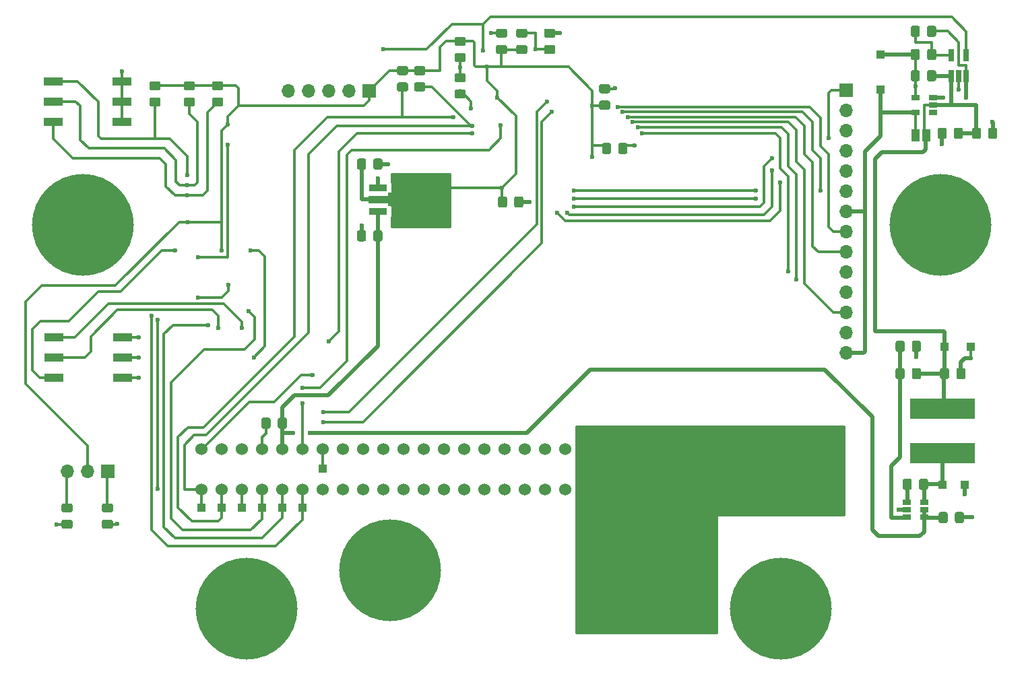
<source format=gbr>
G04 #@! TF.GenerationSoftware,KiCad,Pcbnew,5.1.6-c6e7f7d~87~ubuntu18.04.1*
G04 #@! TF.CreationDate,2020-08-09T22:57:09+01:00*
G04 #@! TF.ProjectId,ServerPSU_Breakout,53657276-6572-4505-9355-5f427265616b,B*
G04 #@! TF.SameCoordinates,Original*
G04 #@! TF.FileFunction,Copper,L1,Top*
G04 #@! TF.FilePolarity,Positive*
%FSLAX46Y46*%
G04 Gerber Fmt 4.6, Leading zero omitted, Abs format (unit mm)*
G04 Created by KiCad (PCBNEW 5.1.6-c6e7f7d~87~ubuntu18.04.1) date 2020-08-09 22:57:09*
%MOMM*%
%LPD*%
G01*
G04 APERTURE LIST*
G04 #@! TA.AperFunction,ComponentPad*
%ADD10O,1.700000X1.700000*%
G04 #@! TD*
G04 #@! TA.AperFunction,ComponentPad*
%ADD11R,1.700000X1.700000*%
G04 #@! TD*
G04 #@! TA.AperFunction,ComponentPad*
%ADD12C,0.900000*%
G04 #@! TD*
G04 #@! TA.AperFunction,ComponentPad*
%ADD13C,12.800000*%
G04 #@! TD*
G04 #@! TA.AperFunction,SMDPad,CuDef*
%ADD14R,2.440000X1.120000*%
G04 #@! TD*
G04 #@! TA.AperFunction,SMDPad,CuDef*
%ADD15R,1.000000X1.000000*%
G04 #@! TD*
G04 #@! TA.AperFunction,SMDPad,CuDef*
%ADD16R,1.060000X0.650000*%
G04 #@! TD*
G04 #@! TA.AperFunction,SMDPad,CuDef*
%ADD17R,8.200000X2.600000*%
G04 #@! TD*
G04 #@! TA.AperFunction,SMDPad,CuDef*
%ADD18R,1.100000X1.100000*%
G04 #@! TD*
G04 #@! TA.AperFunction,SMDPad,CuDef*
%ADD19R,1.000000X1.500000*%
G04 #@! TD*
G04 #@! TA.AperFunction,SMDPad,CuDef*
%ADD20C,0.100000*%
G04 #@! TD*
G04 #@! TA.AperFunction,SMDPad,CuDef*
%ADD21R,2.300000X0.900000*%
G04 #@! TD*
G04 #@! TA.AperFunction,SMDPad,CuDef*
%ADD22R,0.650000X1.560000*%
G04 #@! TD*
G04 #@! TA.AperFunction,ComponentPad*
%ADD23C,1.524000*%
G04 #@! TD*
G04 #@! TA.AperFunction,ViaPad*
%ADD24C,0.600000*%
G04 #@! TD*
G04 #@! TA.AperFunction,Conductor*
%ADD25C,0.300000*%
G04 #@! TD*
G04 #@! TA.AperFunction,Conductor*
%ADD26C,0.500000*%
G04 #@! TD*
G04 #@! TA.AperFunction,Conductor*
%ADD27C,0.254000*%
G04 #@! TD*
G04 APERTURE END LIST*
D10*
X105473500Y-117602000D03*
X108013500Y-117602000D03*
D11*
X110553500Y-117602000D03*
D10*
X133223000Y-69723000D03*
X135763000Y-69723000D03*
X138303000Y-69723000D03*
X140843000Y-69723000D03*
D11*
X143383000Y-69723000D03*
G04 #@! TA.AperFunction,SMDPad,CuDef*
G36*
G01*
X104959999Y-123640000D02*
X105860001Y-123640000D01*
G75*
G02*
X106110000Y-123889999I0J-249999D01*
G01*
X106110000Y-124540001D01*
G75*
G02*
X105860001Y-124790000I-249999J0D01*
G01*
X104959999Y-124790000D01*
G75*
G02*
X104710000Y-124540001I0J249999D01*
G01*
X104710000Y-123889999D01*
G75*
G02*
X104959999Y-123640000I249999J0D01*
G01*
G37*
G04 #@! TD.AperFunction*
G04 #@! TA.AperFunction,SMDPad,CuDef*
G36*
G01*
X104959999Y-121590000D02*
X105860001Y-121590000D01*
G75*
G02*
X106110000Y-121839999I0J-249999D01*
G01*
X106110000Y-122490001D01*
G75*
G02*
X105860001Y-122740000I-249999J0D01*
G01*
X104959999Y-122740000D01*
G75*
G02*
X104710000Y-122490001I0J249999D01*
G01*
X104710000Y-121839999D01*
G75*
G02*
X104959999Y-121590000I249999J0D01*
G01*
G37*
G04 #@! TD.AperFunction*
G04 #@! TA.AperFunction,SMDPad,CuDef*
G36*
G01*
X110039999Y-123640000D02*
X110940001Y-123640000D01*
G75*
G02*
X111190000Y-123889999I0J-249999D01*
G01*
X111190000Y-124540001D01*
G75*
G02*
X110940001Y-124790000I-249999J0D01*
G01*
X110039999Y-124790000D01*
G75*
G02*
X109790000Y-124540001I0J249999D01*
G01*
X109790000Y-123889999D01*
G75*
G02*
X110039999Y-123640000I249999J0D01*
G01*
G37*
G04 #@! TD.AperFunction*
G04 #@! TA.AperFunction,SMDPad,CuDef*
G36*
G01*
X110039999Y-121590000D02*
X110940001Y-121590000D01*
G75*
G02*
X111190000Y-121839999I0J-249999D01*
G01*
X111190000Y-122490001D01*
G75*
G02*
X110940001Y-122740000I-249999J0D01*
G01*
X110039999Y-122740000D01*
G75*
G02*
X109790000Y-122490001I0J249999D01*
G01*
X109790000Y-121839999D01*
G75*
G02*
X110039999Y-121590000I249999J0D01*
G01*
G37*
G04 #@! TD.AperFunction*
D10*
X203288900Y-84899500D03*
X203288900Y-102679500D03*
X203288900Y-82359500D03*
X203288900Y-74739500D03*
X203288900Y-97599500D03*
X203288900Y-92519500D03*
X203288900Y-87439500D03*
D11*
X203288900Y-69659500D03*
D10*
X203288900Y-100139500D03*
X203288900Y-72199500D03*
X203288900Y-79819500D03*
X203288900Y-89979500D03*
X203288900Y-95059500D03*
X203288900Y-77279500D03*
G04 #@! TA.AperFunction,SMDPad,CuDef*
G36*
G01*
X116008999Y-70554000D02*
X116909001Y-70554000D01*
G75*
G02*
X117159000Y-70803999I0J-249999D01*
G01*
X117159000Y-71454001D01*
G75*
G02*
X116909001Y-71704000I-249999J0D01*
G01*
X116008999Y-71704000D01*
G75*
G02*
X115759000Y-71454001I0J249999D01*
G01*
X115759000Y-70803999D01*
G75*
G02*
X116008999Y-70554000I249999J0D01*
G01*
G37*
G04 #@! TD.AperFunction*
G04 #@! TA.AperFunction,SMDPad,CuDef*
G36*
G01*
X116008999Y-68504000D02*
X116909001Y-68504000D01*
G75*
G02*
X117159000Y-68753999I0J-249999D01*
G01*
X117159000Y-69404001D01*
G75*
G02*
X116909001Y-69654000I-249999J0D01*
G01*
X116008999Y-69654000D01*
G75*
G02*
X115759000Y-69404001I0J249999D01*
G01*
X115759000Y-68753999D01*
G75*
G02*
X116008999Y-68504000I249999J0D01*
G01*
G37*
G04 #@! TD.AperFunction*
G04 #@! TA.AperFunction,SMDPad,CuDef*
G36*
G01*
X120326999Y-70554000D02*
X121227001Y-70554000D01*
G75*
G02*
X121477000Y-70803999I0J-249999D01*
G01*
X121477000Y-71454001D01*
G75*
G02*
X121227001Y-71704000I-249999J0D01*
G01*
X120326999Y-71704000D01*
G75*
G02*
X120077000Y-71454001I0J249999D01*
G01*
X120077000Y-70803999D01*
G75*
G02*
X120326999Y-70554000I249999J0D01*
G01*
G37*
G04 #@! TD.AperFunction*
G04 #@! TA.AperFunction,SMDPad,CuDef*
G36*
G01*
X120326999Y-68504000D02*
X121227001Y-68504000D01*
G75*
G02*
X121477000Y-68753999I0J-249999D01*
G01*
X121477000Y-69404001D01*
G75*
G02*
X121227001Y-69654000I-249999J0D01*
G01*
X120326999Y-69654000D01*
G75*
G02*
X120077000Y-69404001I0J249999D01*
G01*
X120077000Y-68753999D01*
G75*
G02*
X120326999Y-68504000I249999J0D01*
G01*
G37*
G04 #@! TD.AperFunction*
G04 #@! TA.AperFunction,SMDPad,CuDef*
G36*
G01*
X123882999Y-70554000D02*
X124783001Y-70554000D01*
G75*
G02*
X125033000Y-70803999I0J-249999D01*
G01*
X125033000Y-71454001D01*
G75*
G02*
X124783001Y-71704000I-249999J0D01*
G01*
X123882999Y-71704000D01*
G75*
G02*
X123633000Y-71454001I0J249999D01*
G01*
X123633000Y-70803999D01*
G75*
G02*
X123882999Y-70554000I249999J0D01*
G01*
G37*
G04 #@! TD.AperFunction*
G04 #@! TA.AperFunction,SMDPad,CuDef*
G36*
G01*
X123882999Y-68504000D02*
X124783001Y-68504000D01*
G75*
G02*
X125033000Y-68753999I0J-249999D01*
G01*
X125033000Y-69404001D01*
G75*
G02*
X124783001Y-69654000I-249999J0D01*
G01*
X123882999Y-69654000D01*
G75*
G02*
X123633000Y-69404001I0J249999D01*
G01*
X123633000Y-68753999D01*
G75*
G02*
X123882999Y-68504000I249999J0D01*
G01*
G37*
G04 #@! TD.AperFunction*
D12*
X149444113Y-126653887D03*
X146050000Y-125248000D03*
X142655887Y-126653887D03*
X141250000Y-130048000D03*
X142655887Y-133442113D03*
X146050000Y-134848000D03*
X149444113Y-133442113D03*
X150850000Y-130048000D03*
D13*
X146050000Y-130048000D03*
D12*
X180432113Y-126653887D03*
X177038000Y-125248000D03*
X173643887Y-126653887D03*
X172238000Y-130048000D03*
X173643887Y-133442113D03*
X177038000Y-134848000D03*
X180432113Y-133442113D03*
X181838000Y-130048000D03*
D13*
X177038000Y-130048000D03*
X215201500Y-86550500D03*
D12*
X220001500Y-86550500D03*
X218595613Y-89944613D03*
X215201500Y-91350500D03*
X211807387Y-89944613D03*
X210401500Y-86550500D03*
X211807387Y-83156387D03*
X215201500Y-81750500D03*
X218595613Y-83156387D03*
D13*
X107378500Y-86550500D03*
D12*
X112178500Y-86550500D03*
X110772613Y-89944613D03*
X107378500Y-91350500D03*
X103984387Y-89944613D03*
X102578500Y-86550500D03*
X103984387Y-83156387D03*
X107378500Y-81750500D03*
X110772613Y-83156387D03*
D13*
X127952500Y-134874000D03*
D12*
X132752500Y-134874000D03*
X131346613Y-138268113D03*
X127952500Y-139674000D03*
X124558387Y-138268113D03*
X123152500Y-134874000D03*
X124558387Y-131479887D03*
X127952500Y-130074000D03*
X131346613Y-131479887D03*
D13*
X195135500Y-134874000D03*
D12*
X199935500Y-134874000D03*
X198529613Y-138268113D03*
X195135500Y-139674000D03*
X191741387Y-138268113D03*
X190335500Y-134874000D03*
X191741387Y-131479887D03*
X195135500Y-130074000D03*
X198529613Y-131479887D03*
D14*
X112382000Y-100711000D03*
X103772000Y-105791000D03*
X112382000Y-103251000D03*
X103772000Y-103251000D03*
X112382000Y-105791000D03*
X103772000Y-100711000D03*
X112318500Y-68516500D03*
X103708500Y-73596500D03*
X112318500Y-71056500D03*
X103708500Y-71056500D03*
X112318500Y-73596500D03*
X103708500Y-68516500D03*
D15*
X127381000Y-122110500D03*
X122301000Y-122110500D03*
X124841000Y-122110500D03*
X129921000Y-122110500D03*
X132461000Y-122110500D03*
X135001000Y-122110500D03*
X207645000Y-65151000D03*
X207645000Y-69596000D03*
X219011500Y-101917500D03*
X215709500Y-101917500D03*
X137541000Y-117221000D03*
G04 #@! TA.AperFunction,SMDPad,CuDef*
G36*
G01*
X131895000Y-111956001D02*
X131895000Y-111055999D01*
G75*
G02*
X132144999Y-110806000I249999J0D01*
G01*
X132795001Y-110806000D01*
G75*
G02*
X133045000Y-111055999I0J-249999D01*
G01*
X133045000Y-111956001D01*
G75*
G02*
X132795001Y-112206000I-249999J0D01*
G01*
X132144999Y-112206000D01*
G75*
G02*
X131895000Y-111956001I0J249999D01*
G01*
G37*
G04 #@! TD.AperFunction*
G04 #@! TA.AperFunction,SMDPad,CuDef*
G36*
G01*
X129845000Y-111956001D02*
X129845000Y-111055999D01*
G75*
G02*
X130094999Y-110806000I249999J0D01*
G01*
X130745001Y-110806000D01*
G75*
G02*
X130995000Y-111055999I0J-249999D01*
G01*
X130995000Y-111956001D01*
G75*
G02*
X130745001Y-112206000I-249999J0D01*
G01*
X130094999Y-112206000D01*
G75*
G02*
X129845000Y-111956001I0J249999D01*
G01*
G37*
G04 #@! TD.AperFunction*
D16*
X213177300Y-122364500D03*
X213177300Y-121414500D03*
X213177300Y-123314500D03*
X210977300Y-123314500D03*
X210977300Y-122364500D03*
X210977300Y-121414500D03*
G04 #@! TA.AperFunction,SMDPad,CuDef*
G36*
G01*
X210687500Y-101391299D02*
X210687500Y-102291301D01*
G75*
G02*
X210437501Y-102541300I-249999J0D01*
G01*
X209787499Y-102541300D01*
G75*
G02*
X209537500Y-102291301I0J249999D01*
G01*
X209537500Y-101391299D01*
G75*
G02*
X209787499Y-101141300I249999J0D01*
G01*
X210437501Y-101141300D01*
G75*
G02*
X210687500Y-101391299I0J-249999D01*
G01*
G37*
G04 #@! TD.AperFunction*
G04 #@! TA.AperFunction,SMDPad,CuDef*
G36*
G01*
X212737500Y-101391299D02*
X212737500Y-102291301D01*
G75*
G02*
X212487501Y-102541300I-249999J0D01*
G01*
X211837499Y-102541300D01*
G75*
G02*
X211587500Y-102291301I0J249999D01*
G01*
X211587500Y-101391299D01*
G75*
G02*
X211837499Y-101141300I249999J0D01*
G01*
X212487501Y-101141300D01*
G75*
G02*
X212737500Y-101391299I0J-249999D01*
G01*
G37*
G04 #@! TD.AperFunction*
G04 #@! TA.AperFunction,SMDPad,CuDef*
G36*
G01*
X211587500Y-105720301D02*
X211587500Y-104820299D01*
G75*
G02*
X211837499Y-104570300I249999J0D01*
G01*
X212487501Y-104570300D01*
G75*
G02*
X212737500Y-104820299I0J-249999D01*
G01*
X212737500Y-105720301D01*
G75*
G02*
X212487501Y-105970300I-249999J0D01*
G01*
X211837499Y-105970300D01*
G75*
G02*
X211587500Y-105720301I0J249999D01*
G01*
G37*
G04 #@! TD.AperFunction*
G04 #@! TA.AperFunction,SMDPad,CuDef*
G36*
G01*
X209537500Y-105720301D02*
X209537500Y-104820299D01*
G75*
G02*
X209787499Y-104570300I249999J0D01*
G01*
X210437501Y-104570300D01*
G75*
G02*
X210687500Y-104820299I0J-249999D01*
G01*
X210687500Y-105720301D01*
G75*
G02*
X210437501Y-105970300I-249999J0D01*
G01*
X209787499Y-105970300D01*
G75*
G02*
X209537500Y-105720301I0J249999D01*
G01*
G37*
G04 #@! TD.AperFunction*
D17*
X215455500Y-109709300D03*
X215455500Y-115309300D03*
D18*
X218252500Y-119240300D03*
X215452500Y-119240300D03*
G04 #@! TA.AperFunction,SMDPad,CuDef*
G36*
G01*
X216275500Y-104820299D02*
X216275500Y-105720301D01*
G75*
G02*
X216025501Y-105970300I-249999J0D01*
G01*
X215375499Y-105970300D01*
G75*
G02*
X215125500Y-105720301I0J249999D01*
G01*
X215125500Y-104820299D01*
G75*
G02*
X215375499Y-104570300I249999J0D01*
G01*
X216025501Y-104570300D01*
G75*
G02*
X216275500Y-104820299I0J-249999D01*
G01*
G37*
G04 #@! TD.AperFunction*
G04 #@! TA.AperFunction,SMDPad,CuDef*
G36*
G01*
X218325500Y-104820299D02*
X218325500Y-105720301D01*
G75*
G02*
X218075501Y-105970300I-249999J0D01*
G01*
X217425499Y-105970300D01*
G75*
G02*
X217175500Y-105720301I0J249999D01*
G01*
X217175500Y-104820299D01*
G75*
G02*
X217425499Y-104570300I249999J0D01*
G01*
X218075501Y-104570300D01*
G75*
G02*
X218325500Y-104820299I0J-249999D01*
G01*
G37*
G04 #@! TD.AperFunction*
G04 #@! TA.AperFunction,SMDPad,CuDef*
G36*
G01*
X211576500Y-118739499D02*
X211576500Y-119639501D01*
G75*
G02*
X211326501Y-119889500I-249999J0D01*
G01*
X210676499Y-119889500D01*
G75*
G02*
X210426500Y-119639501I0J249999D01*
G01*
X210426500Y-118739499D01*
G75*
G02*
X210676499Y-118489500I249999J0D01*
G01*
X211326501Y-118489500D01*
G75*
G02*
X211576500Y-118739499I0J-249999D01*
G01*
G37*
G04 #@! TD.AperFunction*
G04 #@! TA.AperFunction,SMDPad,CuDef*
G36*
G01*
X213626500Y-118739499D02*
X213626500Y-119639501D01*
G75*
G02*
X213376501Y-119889500I-249999J0D01*
G01*
X212726499Y-119889500D01*
G75*
G02*
X212476500Y-119639501I0J249999D01*
G01*
X212476500Y-118739499D01*
G75*
G02*
X212726499Y-118489500I249999J0D01*
G01*
X213376501Y-118489500D01*
G75*
G02*
X213626500Y-118739499I0J-249999D01*
G01*
G37*
G04 #@! TD.AperFunction*
G04 #@! TA.AperFunction,SMDPad,CuDef*
G36*
G01*
X216997700Y-123830501D02*
X216997700Y-122930499D01*
G75*
G02*
X217247699Y-122680500I249999J0D01*
G01*
X217897701Y-122680500D01*
G75*
G02*
X218147700Y-122930499I0J-249999D01*
G01*
X218147700Y-123830501D01*
G75*
G02*
X217897701Y-124080500I-249999J0D01*
G01*
X217247699Y-124080500D01*
G75*
G02*
X216997700Y-123830501I0J249999D01*
G01*
G37*
G04 #@! TD.AperFunction*
G04 #@! TA.AperFunction,SMDPad,CuDef*
G36*
G01*
X214947700Y-123830501D02*
X214947700Y-122930499D01*
G75*
G02*
X215197699Y-122680500I249999J0D01*
G01*
X215847701Y-122680500D01*
G75*
G02*
X216097700Y-122930499I0J-249999D01*
G01*
X216097700Y-123830501D01*
G75*
G02*
X215847701Y-124080500I-249999J0D01*
G01*
X215197699Y-124080500D01*
G75*
G02*
X214947700Y-123830501I0J249999D01*
G01*
G37*
G04 #@! TD.AperFunction*
D19*
X213375000Y-75311000D03*
X212075000Y-75311000D03*
G04 #@! TA.AperFunction,SMDPad,CuDef*
D20*
G36*
X149921500Y-84242000D02*
G01*
X145796500Y-84242000D01*
X145796500Y-83825500D01*
X143321500Y-83825500D01*
X143321500Y-82925500D01*
X145796500Y-82925500D01*
X145796500Y-82509000D01*
X149921500Y-82509000D01*
X149921500Y-84242000D01*
G37*
G04 #@! TD.AperFunction*
D21*
X144471500Y-84875500D03*
X144471500Y-81875500D03*
D16*
X212069500Y-72451000D03*
X212069500Y-70551000D03*
X214269500Y-70551000D03*
X214269500Y-71501000D03*
X214269500Y-72451000D03*
D22*
X216537500Y-65198000D03*
X218437500Y-65198000D03*
X218437500Y-67898000D03*
X217487500Y-67898000D03*
X216537500Y-67898000D03*
G04 #@! TA.AperFunction,SMDPad,CuDef*
G36*
G01*
X213492500Y-62680001D02*
X213492500Y-61779999D01*
G75*
G02*
X213742499Y-61530000I249999J0D01*
G01*
X214392501Y-61530000D01*
G75*
G02*
X214642500Y-61779999I0J-249999D01*
G01*
X214642500Y-62680001D01*
G75*
G02*
X214392501Y-62930000I-249999J0D01*
G01*
X213742499Y-62930000D01*
G75*
G02*
X213492500Y-62680001I0J249999D01*
G01*
G37*
G04 #@! TD.AperFunction*
G04 #@! TA.AperFunction,SMDPad,CuDef*
G36*
G01*
X211442500Y-62680001D02*
X211442500Y-61779999D01*
G75*
G02*
X211692499Y-61530000I249999J0D01*
G01*
X212342501Y-61530000D01*
G75*
G02*
X212592500Y-61779999I0J-249999D01*
G01*
X212592500Y-62680001D01*
G75*
G02*
X212342501Y-62930000I-249999J0D01*
G01*
X211692499Y-62930000D01*
G75*
G02*
X211442500Y-62680001I0J249999D01*
G01*
G37*
G04 #@! TD.AperFunction*
G04 #@! TA.AperFunction,SMDPad,CuDef*
G36*
G01*
X221176000Y-75507001D02*
X221176000Y-74606999D01*
G75*
G02*
X221425999Y-74357000I249999J0D01*
G01*
X222076001Y-74357000D01*
G75*
G02*
X222326000Y-74606999I0J-249999D01*
G01*
X222326000Y-75507001D01*
G75*
G02*
X222076001Y-75757000I-249999J0D01*
G01*
X221425999Y-75757000D01*
G75*
G02*
X221176000Y-75507001I0J249999D01*
G01*
G37*
G04 #@! TD.AperFunction*
G04 #@! TA.AperFunction,SMDPad,CuDef*
G36*
G01*
X219126000Y-75507001D02*
X219126000Y-74606999D01*
G75*
G02*
X219375999Y-74357000I249999J0D01*
G01*
X220026001Y-74357000D01*
G75*
G02*
X220276000Y-74606999I0J-249999D01*
G01*
X220276000Y-75507001D01*
G75*
G02*
X220026001Y-75757000I-249999J0D01*
G01*
X219375999Y-75757000D01*
G75*
G02*
X219126000Y-75507001I0J249999D01*
G01*
G37*
G04 #@! TD.AperFunction*
G04 #@! TA.AperFunction,SMDPad,CuDef*
G36*
G01*
X216858000Y-75507001D02*
X216858000Y-74606999D01*
G75*
G02*
X217107999Y-74357000I249999J0D01*
G01*
X217758001Y-74357000D01*
G75*
G02*
X218008000Y-74606999I0J-249999D01*
G01*
X218008000Y-75507001D01*
G75*
G02*
X217758001Y-75757000I-249999J0D01*
G01*
X217107999Y-75757000D01*
G75*
G02*
X216858000Y-75507001I0J249999D01*
G01*
G37*
G04 #@! TD.AperFunction*
G04 #@! TA.AperFunction,SMDPad,CuDef*
G36*
G01*
X214808000Y-75507001D02*
X214808000Y-74606999D01*
G75*
G02*
X215057999Y-74357000I249999J0D01*
G01*
X215708001Y-74357000D01*
G75*
G02*
X215958000Y-74606999I0J-249999D01*
G01*
X215958000Y-75507001D01*
G75*
G02*
X215708001Y-75757000I-249999J0D01*
G01*
X215057999Y-75757000D01*
G75*
G02*
X214808000Y-75507001I0J249999D01*
G01*
G37*
G04 #@! TD.AperFunction*
G04 #@! TA.AperFunction,SMDPad,CuDef*
G36*
G01*
X212592500Y-67367999D02*
X212592500Y-68268001D01*
G75*
G02*
X212342501Y-68518000I-249999J0D01*
G01*
X211692499Y-68518000D01*
G75*
G02*
X211442500Y-68268001I0J249999D01*
G01*
X211442500Y-67367999D01*
G75*
G02*
X211692499Y-67118000I249999J0D01*
G01*
X212342501Y-67118000D01*
G75*
G02*
X212592500Y-67367999I0J-249999D01*
G01*
G37*
G04 #@! TD.AperFunction*
G04 #@! TA.AperFunction,SMDPad,CuDef*
G36*
G01*
X214642500Y-67367999D02*
X214642500Y-68268001D01*
G75*
G02*
X214392501Y-68518000I-249999J0D01*
G01*
X213742499Y-68518000D01*
G75*
G02*
X213492500Y-68268001I0J249999D01*
G01*
X213492500Y-67367999D01*
G75*
G02*
X213742499Y-67118000I249999J0D01*
G01*
X214392501Y-67118000D01*
G75*
G02*
X214642500Y-67367999I0J-249999D01*
G01*
G37*
G04 #@! TD.AperFunction*
G04 #@! TA.AperFunction,SMDPad,CuDef*
G36*
G01*
X143896500Y-79380501D02*
X143896500Y-78480499D01*
G75*
G02*
X144146499Y-78230500I249999J0D01*
G01*
X144796501Y-78230500D01*
G75*
G02*
X145046500Y-78480499I0J-249999D01*
G01*
X145046500Y-79380501D01*
G75*
G02*
X144796501Y-79630500I-249999J0D01*
G01*
X144146499Y-79630500D01*
G75*
G02*
X143896500Y-79380501I0J249999D01*
G01*
G37*
G04 #@! TD.AperFunction*
G04 #@! TA.AperFunction,SMDPad,CuDef*
G36*
G01*
X141846500Y-79380501D02*
X141846500Y-78480499D01*
G75*
G02*
X142096499Y-78230500I249999J0D01*
G01*
X142746501Y-78230500D01*
G75*
G02*
X142996500Y-78480499I0J-249999D01*
G01*
X142996500Y-79380501D01*
G75*
G02*
X142746501Y-79630500I-249999J0D01*
G01*
X142096499Y-79630500D01*
G75*
G02*
X141846500Y-79380501I0J249999D01*
G01*
G37*
G04 #@! TD.AperFunction*
G04 #@! TA.AperFunction,SMDPad,CuDef*
G36*
G01*
X142996500Y-87497499D02*
X142996500Y-88397501D01*
G75*
G02*
X142746501Y-88647500I-249999J0D01*
G01*
X142096499Y-88647500D01*
G75*
G02*
X141846500Y-88397501I0J249999D01*
G01*
X141846500Y-87497499D01*
G75*
G02*
X142096499Y-87247500I249999J0D01*
G01*
X142746501Y-87247500D01*
G75*
G02*
X142996500Y-87497499I0J-249999D01*
G01*
G37*
G04 #@! TD.AperFunction*
G04 #@! TA.AperFunction,SMDPad,CuDef*
G36*
G01*
X145046500Y-87497499D02*
X145046500Y-88397501D01*
G75*
G02*
X144796501Y-88647500I-249999J0D01*
G01*
X144146499Y-88647500D01*
G75*
G02*
X143896500Y-88397501I0J249999D01*
G01*
X143896500Y-87497499D01*
G75*
G02*
X144146499Y-87247500I249999J0D01*
G01*
X144796501Y-87247500D01*
G75*
G02*
X145046500Y-87497499I0J-249999D01*
G01*
G37*
G04 #@! TD.AperFunction*
G04 #@! TA.AperFunction,SMDPad,CuDef*
G36*
G01*
X213492500Y-65601001D02*
X213492500Y-64700999D01*
G75*
G02*
X213742499Y-64451000I249999J0D01*
G01*
X214392501Y-64451000D01*
G75*
G02*
X214642500Y-64700999I0J-249999D01*
G01*
X214642500Y-65601001D01*
G75*
G02*
X214392501Y-65851000I-249999J0D01*
G01*
X213742499Y-65851000D01*
G75*
G02*
X213492500Y-65601001I0J249999D01*
G01*
G37*
G04 #@! TD.AperFunction*
G04 #@! TA.AperFunction,SMDPad,CuDef*
G36*
G01*
X211442500Y-65601001D02*
X211442500Y-64700999D01*
G75*
G02*
X211692499Y-64451000I249999J0D01*
G01*
X212342501Y-64451000D01*
G75*
G02*
X212592500Y-64700999I0J-249999D01*
G01*
X212592500Y-65601001D01*
G75*
G02*
X212342501Y-65851000I-249999J0D01*
G01*
X211692499Y-65851000D01*
G75*
G02*
X211442500Y-65601001I0J249999D01*
G01*
G37*
G04 #@! TD.AperFunction*
G04 #@! TA.AperFunction,SMDPad,CuDef*
G36*
G01*
X173794000Y-76511999D02*
X173794000Y-77412001D01*
G75*
G02*
X173544001Y-77662000I-249999J0D01*
G01*
X172893999Y-77662000D01*
G75*
G02*
X172644000Y-77412001I0J249999D01*
G01*
X172644000Y-76511999D01*
G75*
G02*
X172893999Y-76262000I249999J0D01*
G01*
X173544001Y-76262000D01*
G75*
G02*
X173794000Y-76511999I0J-249999D01*
G01*
G37*
G04 #@! TD.AperFunction*
G04 #@! TA.AperFunction,SMDPad,CuDef*
G36*
G01*
X175844000Y-76511999D02*
X175844000Y-77412001D01*
G75*
G02*
X175594001Y-77662000I-249999J0D01*
G01*
X174943999Y-77662000D01*
G75*
G02*
X174694000Y-77412001I0J249999D01*
G01*
X174694000Y-76511999D01*
G75*
G02*
X174943999Y-76262000I249999J0D01*
G01*
X175594001Y-76262000D01*
G75*
G02*
X175844000Y-76511999I0J-249999D01*
G01*
G37*
G04 #@! TD.AperFunction*
G04 #@! TA.AperFunction,SMDPad,CuDef*
G36*
G01*
X155263001Y-68638000D02*
X154362999Y-68638000D01*
G75*
G02*
X154113000Y-68388001I0J249999D01*
G01*
X154113000Y-67737999D01*
G75*
G02*
X154362999Y-67488000I249999J0D01*
G01*
X155263001Y-67488000D01*
G75*
G02*
X155513000Y-67737999I0J-249999D01*
G01*
X155513000Y-68388001D01*
G75*
G02*
X155263001Y-68638000I-249999J0D01*
G01*
G37*
G04 #@! TD.AperFunction*
G04 #@! TA.AperFunction,SMDPad,CuDef*
G36*
G01*
X155263001Y-70688000D02*
X154362999Y-70688000D01*
G75*
G02*
X154113000Y-70438001I0J249999D01*
G01*
X154113000Y-69787999D01*
G75*
G02*
X154362999Y-69538000I249999J0D01*
G01*
X155263001Y-69538000D01*
G75*
G02*
X155513000Y-69787999I0J-249999D01*
G01*
X155513000Y-70438001D01*
G75*
G02*
X155263001Y-70688000I-249999J0D01*
G01*
G37*
G04 #@! TD.AperFunction*
G04 #@! TA.AperFunction,SMDPad,CuDef*
G36*
G01*
X147123999Y-68649000D02*
X148024001Y-68649000D01*
G75*
G02*
X148274000Y-68898999I0J-249999D01*
G01*
X148274000Y-69549001D01*
G75*
G02*
X148024001Y-69799000I-249999J0D01*
G01*
X147123999Y-69799000D01*
G75*
G02*
X146874000Y-69549001I0J249999D01*
G01*
X146874000Y-68898999D01*
G75*
G02*
X147123999Y-68649000I249999J0D01*
G01*
G37*
G04 #@! TD.AperFunction*
G04 #@! TA.AperFunction,SMDPad,CuDef*
G36*
G01*
X147123999Y-66599000D02*
X148024001Y-66599000D01*
G75*
G02*
X148274000Y-66848999I0J-249999D01*
G01*
X148274000Y-67499001D01*
G75*
G02*
X148024001Y-67749000I-249999J0D01*
G01*
X147123999Y-67749000D01*
G75*
G02*
X146874000Y-67499001I0J249999D01*
G01*
X146874000Y-66848999D01*
G75*
G02*
X147123999Y-66599000I249999J0D01*
G01*
G37*
G04 #@! TD.AperFunction*
G04 #@! TA.AperFunction,SMDPad,CuDef*
G36*
G01*
X149282999Y-68649000D02*
X150183001Y-68649000D01*
G75*
G02*
X150433000Y-68898999I0J-249999D01*
G01*
X150433000Y-69549001D01*
G75*
G02*
X150183001Y-69799000I-249999J0D01*
G01*
X149282999Y-69799000D01*
G75*
G02*
X149033000Y-69549001I0J249999D01*
G01*
X149033000Y-68898999D01*
G75*
G02*
X149282999Y-68649000I249999J0D01*
G01*
G37*
G04 #@! TD.AperFunction*
G04 #@! TA.AperFunction,SMDPad,CuDef*
G36*
G01*
X149282999Y-66599000D02*
X150183001Y-66599000D01*
G75*
G02*
X150433000Y-66848999I0J-249999D01*
G01*
X150433000Y-67499001D01*
G75*
G02*
X150183001Y-67749000I-249999J0D01*
G01*
X149282999Y-67749000D01*
G75*
G02*
X149033000Y-67499001I0J249999D01*
G01*
X149033000Y-66848999D01*
G75*
G02*
X149282999Y-66599000I249999J0D01*
G01*
G37*
G04 #@! TD.AperFunction*
G04 #@! TA.AperFunction,SMDPad,CuDef*
G36*
G01*
X163010001Y-63050000D02*
X162109999Y-63050000D01*
G75*
G02*
X161860000Y-62800001I0J249999D01*
G01*
X161860000Y-62149999D01*
G75*
G02*
X162109999Y-61900000I249999J0D01*
G01*
X163010001Y-61900000D01*
G75*
G02*
X163260000Y-62149999I0J-249999D01*
G01*
X163260000Y-62800001D01*
G75*
G02*
X163010001Y-63050000I-249999J0D01*
G01*
G37*
G04 #@! TD.AperFunction*
G04 #@! TA.AperFunction,SMDPad,CuDef*
G36*
G01*
X163010001Y-65100000D02*
X162109999Y-65100000D01*
G75*
G02*
X161860000Y-64850001I0J249999D01*
G01*
X161860000Y-64199999D01*
G75*
G02*
X162109999Y-63950000I249999J0D01*
G01*
X163010001Y-63950000D01*
G75*
G02*
X163260000Y-64199999I0J-249999D01*
G01*
X163260000Y-64850001D01*
G75*
G02*
X163010001Y-65100000I-249999J0D01*
G01*
G37*
G04 #@! TD.AperFunction*
D23*
X201041000Y-114744500D03*
X198501000Y-114744500D03*
X195961000Y-114744500D03*
X193421000Y-114744500D03*
X190881000Y-114744500D03*
X188341000Y-114744500D03*
X185801000Y-114744500D03*
X183261000Y-114744500D03*
X180721000Y-114744500D03*
X178181000Y-114744500D03*
X175641000Y-114744500D03*
X173101000Y-114744500D03*
X170561000Y-114744500D03*
X168021000Y-114744500D03*
X165481000Y-114744500D03*
X162941000Y-114744500D03*
X160401000Y-114744500D03*
X157861000Y-114744500D03*
X155321000Y-114744500D03*
X152781000Y-114744500D03*
X150241000Y-114744500D03*
X147701000Y-114744500D03*
X145161000Y-114744500D03*
X142621000Y-114744500D03*
X140081000Y-114744500D03*
X137541000Y-114744500D03*
X135001000Y-114744500D03*
X132461000Y-114744500D03*
X129921000Y-114744500D03*
X127381000Y-114744500D03*
X124841000Y-114744500D03*
X122301000Y-114744500D03*
X124841000Y-119824500D03*
X201041000Y-119824500D03*
X198501000Y-119824500D03*
X195961000Y-119824500D03*
X193421000Y-119824500D03*
X190881000Y-119824500D03*
X188341000Y-119824500D03*
X185801000Y-119824500D03*
X183261000Y-119824500D03*
X180721000Y-119824500D03*
X178181000Y-119824500D03*
X175641000Y-119824500D03*
X173101000Y-119824500D03*
X170561000Y-119824500D03*
X168021000Y-119824500D03*
X165481000Y-119824500D03*
X162941000Y-119824500D03*
X160401000Y-119824500D03*
X157861000Y-119824500D03*
X155321000Y-119824500D03*
X152781000Y-119824500D03*
X150241000Y-119824500D03*
X147701000Y-119824500D03*
X145161000Y-119824500D03*
X142621000Y-119824500D03*
X140081000Y-119824500D03*
X137541000Y-119824500D03*
X135001000Y-119824500D03*
X132461000Y-119824500D03*
X129921000Y-119824500D03*
X127381000Y-119824500D03*
X122301000Y-119824500D03*
G04 #@! TA.AperFunction,SMDPad,CuDef*
G36*
G01*
X159569999Y-63950000D02*
X160470001Y-63950000D01*
G75*
G02*
X160720000Y-64199999I0J-249999D01*
G01*
X160720000Y-64850001D01*
G75*
G02*
X160470001Y-65100000I-249999J0D01*
G01*
X159569999Y-65100000D01*
G75*
G02*
X159320000Y-64850001I0J249999D01*
G01*
X159320000Y-64199999D01*
G75*
G02*
X159569999Y-63950000I249999J0D01*
G01*
G37*
G04 #@! TD.AperFunction*
G04 #@! TA.AperFunction,SMDPad,CuDef*
G36*
G01*
X159569999Y-61900000D02*
X160470001Y-61900000D01*
G75*
G02*
X160720000Y-62149999I0J-249999D01*
G01*
X160720000Y-62800001D01*
G75*
G02*
X160470001Y-63050000I-249999J0D01*
G01*
X159569999Y-63050000D01*
G75*
G02*
X159320000Y-62800001I0J249999D01*
G01*
X159320000Y-62149999D01*
G75*
G02*
X159569999Y-61900000I249999J0D01*
G01*
G37*
G04 #@! TD.AperFunction*
G04 #@! TA.AperFunction,SMDPad,CuDef*
G36*
G01*
X160713000Y-83242999D02*
X160713000Y-84143001D01*
G75*
G02*
X160463001Y-84393000I-249999J0D01*
G01*
X159812999Y-84393000D01*
G75*
G02*
X159563000Y-84143001I0J249999D01*
G01*
X159563000Y-83242999D01*
G75*
G02*
X159812999Y-82993000I249999J0D01*
G01*
X160463001Y-82993000D01*
G75*
G02*
X160713000Y-83242999I0J-249999D01*
G01*
G37*
G04 #@! TD.AperFunction*
G04 #@! TA.AperFunction,SMDPad,CuDef*
G36*
G01*
X162763000Y-83242999D02*
X162763000Y-84143001D01*
G75*
G02*
X162513001Y-84393000I-249999J0D01*
G01*
X161862999Y-84393000D01*
G75*
G02*
X161613000Y-84143001I0J249999D01*
G01*
X161613000Y-83242999D01*
G75*
G02*
X161862999Y-82993000I249999J0D01*
G01*
X162513001Y-82993000D01*
G75*
G02*
X162763000Y-83242999I0J-249999D01*
G01*
G37*
G04 #@! TD.AperFunction*
G04 #@! TA.AperFunction,SMDPad,CuDef*
G36*
G01*
X172523999Y-70935000D02*
X173424001Y-70935000D01*
G75*
G02*
X173674000Y-71184999I0J-249999D01*
G01*
X173674000Y-71835001D01*
G75*
G02*
X173424001Y-72085000I-249999J0D01*
G01*
X172523999Y-72085000D01*
G75*
G02*
X172274000Y-71835001I0J249999D01*
G01*
X172274000Y-71184999D01*
G75*
G02*
X172523999Y-70935000I249999J0D01*
G01*
G37*
G04 #@! TD.AperFunction*
G04 #@! TA.AperFunction,SMDPad,CuDef*
G36*
G01*
X172523999Y-68885000D02*
X173424001Y-68885000D01*
G75*
G02*
X173674000Y-69134999I0J-249999D01*
G01*
X173674000Y-69785001D01*
G75*
G02*
X173424001Y-70035000I-249999J0D01*
G01*
X172523999Y-70035000D01*
G75*
G02*
X172274000Y-69785001I0J249999D01*
G01*
X172274000Y-69134999D01*
G75*
G02*
X172523999Y-68885000I249999J0D01*
G01*
G37*
G04 #@! TD.AperFunction*
G04 #@! TA.AperFunction,SMDPad,CuDef*
G36*
G01*
X165615199Y-63950000D02*
X166515201Y-63950000D01*
G75*
G02*
X166765200Y-64199999I0J-249999D01*
G01*
X166765200Y-64850001D01*
G75*
G02*
X166515201Y-65100000I-249999J0D01*
G01*
X165615199Y-65100000D01*
G75*
G02*
X165365200Y-64850001I0J249999D01*
G01*
X165365200Y-64199999D01*
G75*
G02*
X165615199Y-63950000I249999J0D01*
G01*
G37*
G04 #@! TD.AperFunction*
G04 #@! TA.AperFunction,SMDPad,CuDef*
G36*
G01*
X165615199Y-61900000D02*
X166515201Y-61900000D01*
G75*
G02*
X166765200Y-62149999I0J-249999D01*
G01*
X166765200Y-62800001D01*
G75*
G02*
X166515201Y-63050000I-249999J0D01*
G01*
X165615199Y-63050000D01*
G75*
G02*
X165365200Y-62800001I0J249999D01*
G01*
X165365200Y-62149999D01*
G75*
G02*
X165615199Y-61900000I249999J0D01*
G01*
G37*
G04 #@! TD.AperFunction*
G04 #@! TA.AperFunction,SMDPad,CuDef*
G36*
G01*
X154362999Y-64966000D02*
X155263001Y-64966000D01*
G75*
G02*
X155513000Y-65215999I0J-249999D01*
G01*
X155513000Y-65866001D01*
G75*
G02*
X155263001Y-66116000I-249999J0D01*
G01*
X154362999Y-66116000D01*
G75*
G02*
X154113000Y-65866001I0J249999D01*
G01*
X154113000Y-65215999D01*
G75*
G02*
X154362999Y-64966000I249999J0D01*
G01*
G37*
G04 #@! TD.AperFunction*
G04 #@! TA.AperFunction,SMDPad,CuDef*
G36*
G01*
X154362999Y-62916000D02*
X155263001Y-62916000D01*
G75*
G02*
X155513000Y-63165999I0J-249999D01*
G01*
X155513000Y-63816001D01*
G75*
G02*
X155263001Y-64066000I-249999J0D01*
G01*
X154362999Y-64066000D01*
G75*
G02*
X154113000Y-63816001I0J249999D01*
G01*
X154113000Y-63165999D01*
G75*
G02*
X154362999Y-62916000I249999J0D01*
G01*
G37*
G04 #@! TD.AperFunction*
D24*
X149225000Y-82550000D03*
X147955000Y-82550000D03*
X171424600Y-71546720D03*
X160080000Y-81883560D03*
X159511994Y-70535800D03*
X171424600Y-78003400D03*
X147955000Y-81280000D03*
X147955000Y-84455000D03*
X147955000Y-85725000D03*
X149225000Y-81280000D03*
X149225000Y-85725000D03*
X149225000Y-84455000D03*
X150495000Y-81280000D03*
X150495000Y-82550000D03*
X150495000Y-84455000D03*
X150495000Y-85725000D03*
X151765000Y-85725000D03*
X151765000Y-84455000D03*
X151765000Y-82550000D03*
X151765000Y-81280000D03*
X158226760Y-66690240D03*
X125603000Y-73977500D03*
X128896000Y-103260000D03*
X128524000Y-89789000D03*
X120650000Y-86233000D03*
X124841000Y-89789000D03*
X164261800Y-64516000D03*
X176784000Y-76581000D03*
X145732500Y-78930500D03*
X163576000Y-83693000D03*
X144462500Y-80708500D03*
X142430500Y-86677500D03*
X209918300Y-122364500D03*
X154822000Y-66802000D03*
X218249500Y-120459500D03*
X158750000Y-62484000D03*
X114427000Y-100711000D03*
X114427000Y-103251000D03*
X114427000Y-105791000D03*
X112331500Y-67246500D03*
X174307500Y-69405500D03*
X212153500Y-103187500D03*
X167386000Y-62484000D03*
X219011500Y-103314500D03*
X215392000Y-76454000D03*
X221742000Y-73660000D03*
X217487500Y-69532500D03*
X212026500Y-69151500D03*
X219202000Y-123317000D03*
X104131000Y-124215000D03*
X111760000Y-124206000D03*
X135001000Y-109029500D03*
X135001000Y-107061000D03*
X159893000Y-74041000D03*
X133794500Y-112776000D03*
X135953500Y-112712500D03*
X166370000Y-72390000D03*
X137604500Y-111379000D03*
X165735000Y-71120000D03*
X137604500Y-110109000D03*
X136271000Y-105473500D03*
X153987500Y-73025000D03*
X116078000Y-98044000D03*
X123190000Y-99187000D03*
X128270000Y-97409000D03*
X156337000Y-74168000D03*
X156210000Y-71945500D03*
X177685000Y-75045000D03*
X196088000Y-92456000D03*
X177165000Y-74295000D03*
X197104000Y-93472000D03*
X176530000Y-73660000D03*
X175895000Y-73025000D03*
X175260000Y-72390000D03*
X200152000Y-82296000D03*
X174625000Y-71755000D03*
X157734000Y-64643000D03*
X145161000Y-64516000D03*
X167005000Y-85090000D03*
X201168000Y-75692000D03*
X195072000Y-81280000D03*
X169164000Y-84328000D03*
X194056000Y-78232000D03*
X168275000Y-85090000D03*
X194056000Y-79756000D03*
X169164000Y-82296000D03*
X192024000Y-82296000D03*
X169164000Y-83312000D03*
X192024000Y-83312000D03*
X156349000Y-75045000D03*
X138303000Y-101219000D03*
X215521500Y-70551000D03*
X218437500Y-70551000D03*
X120523000Y-82867500D03*
X120523000Y-81597500D03*
X120523000Y-80327500D03*
X127381000Y-99568000D03*
X124460000Y-99568000D03*
X118999000Y-89789000D03*
X121920000Y-90678000D03*
X125603000Y-76517500D03*
X121920000Y-95758000D03*
X125730000Y-94107000D03*
X116840000Y-119761000D03*
X116840000Y-98552000D03*
D25*
X172756720Y-71546720D02*
X172965000Y-71755000D01*
X160080000Y-83370000D02*
X160020000Y-83430000D01*
X171424600Y-71546720D02*
X172756720Y-71546720D01*
X160080000Y-81883560D02*
X160080000Y-83370000D01*
X171424600Y-71970984D02*
X171424600Y-78003400D01*
X171424600Y-71546720D02*
X171424600Y-71970984D01*
D26*
X172974000Y-71383000D02*
X173092000Y-71501000D01*
X142421500Y-80699500D02*
X142421500Y-78930500D01*
X142430500Y-80708500D02*
X142421500Y-80699500D01*
X142430500Y-83375500D02*
X144559000Y-83375500D01*
X142421500Y-78930500D02*
X142430500Y-78939500D01*
X142430500Y-78939500D02*
X142430500Y-83375500D01*
D25*
X160020000Y-64525000D02*
X162560000Y-64525000D01*
X171424600Y-76555600D02*
X171424600Y-78003400D01*
X173219000Y-76581000D02*
X173193600Y-76555600D01*
X173193600Y-76555600D02*
X171424600Y-76555600D01*
X153416000Y-81883560D02*
X160080000Y-81883560D01*
X144559000Y-83375500D02*
X153416000Y-83375500D01*
X153416000Y-83375500D02*
X153416000Y-85693560D01*
X156455000Y-63491000D02*
X154813000Y-63491000D01*
X156591000Y-63627000D02*
X156455000Y-63491000D01*
X156591000Y-66548000D02*
X156591000Y-63627000D01*
X156733240Y-66690240D02*
X156591000Y-66548000D01*
X160080000Y-66691200D02*
X160079040Y-66690240D01*
X160079040Y-66690240D02*
X158226760Y-66690240D01*
X171424600Y-69697600D02*
X171424600Y-71546720D01*
X158226760Y-66690240D02*
X156733240Y-66690240D01*
X168417240Y-66690240D02*
X171424600Y-69697600D01*
X160020000Y-64897000D02*
X160020000Y-64525000D01*
X160004760Y-66690240D02*
X160004760Y-64540240D01*
X160004760Y-66690240D02*
X168417240Y-66690240D01*
X160004760Y-64540240D02*
X160020000Y-64525000D01*
X158226760Y-66690240D02*
X160004760Y-66690240D01*
X158226760Y-66690240D02*
X158226760Y-68437760D01*
X159511994Y-69722994D02*
X158226760Y-68437760D01*
X159511994Y-70535800D02*
X159511994Y-69722994D01*
X161848800Y-80114760D02*
X160080000Y-81883560D01*
X159511994Y-70535800D02*
X161848800Y-72872606D01*
X161848800Y-72872606D02*
X161848800Y-80114760D01*
X143383000Y-69723000D02*
X143383000Y-70929500D01*
X143383000Y-70929500D02*
X142684500Y-71628000D01*
X142684500Y-71628000D02*
X126936500Y-71628000D01*
X116459000Y-69079000D02*
X126610000Y-69079000D01*
X126936500Y-69405500D02*
X126936500Y-71628000D01*
X126610000Y-69079000D02*
X126936500Y-69405500D01*
X126936500Y-71628000D02*
X125603000Y-72961500D01*
X125603000Y-72961500D02*
X125603000Y-73977500D01*
X152273000Y-64262000D02*
X153035000Y-63500000D01*
X153035000Y-63500000D02*
X154423000Y-63500000D01*
X152273000Y-67183000D02*
X152273000Y-64262000D01*
X154423000Y-63500000D02*
X154813000Y-63110000D01*
X143383000Y-69723000D02*
X145923000Y-67183000D01*
X145923000Y-67183000D02*
X152273000Y-67183000D01*
X130302000Y-101854000D02*
X128896000Y-103260000D01*
X130302000Y-90551000D02*
X130302000Y-101854000D01*
X128524000Y-89789000D02*
X129540000Y-89789000D01*
X129540000Y-89789000D02*
X130302000Y-90551000D01*
X124841000Y-74739500D02*
X125603000Y-73977500D01*
X124841000Y-89789000D02*
X124841000Y-74739500D01*
X124841000Y-86233000D02*
X120650000Y-86233000D01*
X108013500Y-114363500D02*
X108013500Y-117602000D01*
X119507000Y-86233000D02*
X111506000Y-94234000D01*
X100203000Y-96266000D02*
X100203000Y-106553000D01*
X120650000Y-86233000D02*
X119507000Y-86233000D01*
X102235000Y-94234000D02*
X100203000Y-96266000D01*
X111506000Y-94234000D02*
X102235000Y-94234000D01*
X100203000Y-106553000D02*
X108013500Y-114363500D01*
X162560000Y-62475000D02*
X162569000Y-62484000D01*
X166065200Y-64525000D02*
X166065200Y-64516000D01*
X162560000Y-62475000D02*
X164278200Y-62475000D01*
X164278200Y-62475000D02*
X164261800Y-62491400D01*
X164261800Y-62491400D02*
X164261800Y-64516000D01*
X166056200Y-64516000D02*
X166065200Y-64525000D01*
X164261800Y-64516000D02*
X166056200Y-64516000D01*
X176784000Y-76581000D02*
X175269000Y-76581000D01*
D26*
X144471500Y-78930500D02*
X145732500Y-78930500D01*
X162188000Y-83693000D02*
X163576000Y-83693000D01*
X144471500Y-80717500D02*
X144462500Y-80708500D01*
X144471500Y-81875500D02*
X144471500Y-80717500D01*
X142421500Y-87956500D02*
X142430500Y-87947500D01*
X142421500Y-87947500D02*
X142421500Y-86686500D01*
X210977300Y-122364500D02*
X209918300Y-122364500D01*
D25*
X154822000Y-67564000D02*
X154822000Y-66366500D01*
X154822000Y-66366500D02*
X154822000Y-65169000D01*
D26*
X218252500Y-120456500D02*
X218249500Y-120459500D01*
X218252500Y-119240300D02*
X218252500Y-120456500D01*
D25*
X158759000Y-62475000D02*
X160020000Y-62475000D01*
X158750000Y-62484000D02*
X158759000Y-62475000D01*
X112382000Y-100711000D02*
X114427000Y-100711000D01*
X112382000Y-103251000D02*
X114427000Y-103251000D01*
X112382000Y-105791000D02*
X114427000Y-105791000D01*
X112318500Y-68516500D02*
X112318500Y-73596500D01*
X112318500Y-71056500D02*
X112318500Y-67259500D01*
X174253000Y-69460000D02*
X174307500Y-69405500D01*
X172974000Y-69460000D02*
X174253000Y-69460000D01*
X127381000Y-122110500D02*
X127381000Y-119824500D01*
D26*
X212153500Y-101850300D02*
X212162500Y-101841300D01*
X212153500Y-103187500D02*
X212153500Y-101850300D01*
X167377000Y-62475000D02*
X167386000Y-62484000D01*
X166065200Y-62475000D02*
X167377000Y-62475000D01*
D25*
X137541000Y-117221000D02*
X137541000Y-114744500D01*
X219011500Y-103314500D02*
X219011500Y-101917500D01*
D26*
X217750500Y-103813500D02*
X217750500Y-105270300D01*
X219011500Y-103314500D02*
X218249500Y-103314500D01*
X218249500Y-103314500D02*
X217750500Y-103813500D01*
X207645000Y-65151000D02*
X212017500Y-65151000D01*
X215383000Y-76445000D02*
X215392000Y-76454000D01*
X215383000Y-75057000D02*
X215383000Y-76445000D01*
X221751000Y-75057000D02*
X221751000Y-73669000D01*
D25*
X217487500Y-67898000D02*
X217487500Y-69532500D01*
X212017500Y-67818000D02*
X212017500Y-65151000D01*
X212017500Y-69142500D02*
X212017500Y-67818000D01*
X212026500Y-69151500D02*
X212017500Y-69142500D01*
X212026500Y-70508000D02*
X212069500Y-70551000D01*
X212026500Y-69151500D02*
X212026500Y-70508000D01*
D26*
X217687000Y-123317000D02*
X217572700Y-123202700D01*
X219202000Y-123317000D02*
X217687000Y-123317000D01*
D25*
X104131000Y-124215000D02*
X105410000Y-124215000D01*
X110317500Y-124215000D02*
X110236000Y-124133500D01*
X111760000Y-124206000D02*
X111751000Y-124215000D01*
X111751000Y-124215000D02*
X110317500Y-124215000D01*
X135001000Y-109029500D02*
X135001000Y-112649000D01*
X135001000Y-112649000D02*
X135001000Y-114744500D01*
X137223500Y-107061000D02*
X135001000Y-107061000D01*
X159893000Y-75692000D02*
X158432500Y-77152500D01*
X159893000Y-74041000D02*
X159893000Y-75692000D01*
X140589000Y-77787500D02*
X140589000Y-103695500D01*
X158432500Y-77152500D02*
X141224000Y-77152500D01*
X140589000Y-103695500D02*
X137223500Y-107061000D01*
X141224000Y-77152500D02*
X140589000Y-77787500D01*
D26*
X144470100Y-84874100D02*
X144471500Y-84875500D01*
X144471500Y-87947500D02*
X144471500Y-84875500D01*
X213177300Y-123314500D02*
X213177300Y-122491500D01*
X215522700Y-123380500D02*
X213243300Y-123380500D01*
X132461000Y-112649000D02*
X132461000Y-114744500D01*
X132588000Y-112776000D02*
X133794500Y-112776000D01*
X132461000Y-112649000D02*
X132588000Y-112776000D01*
X132461000Y-109728000D02*
X132461000Y-112649000D01*
X138239500Y-108013500D02*
X133985000Y-108013500D01*
X132461000Y-109537500D02*
X132461000Y-109728000D01*
X133985000Y-108013500D02*
X132461000Y-109537500D01*
X144471500Y-84875500D02*
X144471500Y-101781500D01*
X144471500Y-101781500D02*
X138239500Y-108013500D01*
X213177300Y-124388700D02*
X213177300Y-123314500D01*
X213177300Y-125150700D02*
X213177300Y-124388700D01*
X212598000Y-125730000D02*
X213177300Y-125150700D01*
X207391000Y-125730000D02*
X212598000Y-125730000D01*
X135953500Y-112712500D02*
X163195000Y-112712500D01*
X200660000Y-104775000D02*
X206629000Y-110744000D01*
X206629000Y-110744000D02*
X206629000Y-124968000D01*
X163195000Y-112712500D02*
X171132500Y-104775000D01*
X171132500Y-104775000D02*
X200660000Y-104775000D01*
X206629000Y-124968000D02*
X207391000Y-125730000D01*
D25*
X129921000Y-113284000D02*
X129921000Y-114744500D01*
X130420000Y-111760000D02*
X130420000Y-112785000D01*
X130420000Y-112785000D02*
X129921000Y-113284000D01*
X165100000Y-73660000D02*
X166370000Y-72390000D01*
X165100000Y-88900000D02*
X165100000Y-73660000D01*
X137604500Y-111379000D02*
X142621000Y-111379000D01*
X142621000Y-111379000D02*
X165100000Y-88900000D01*
X164465000Y-72390000D02*
X165735000Y-71120000D01*
X137604500Y-110109000D02*
X140843000Y-110109000D01*
X140843000Y-110109000D02*
X164465000Y-86487000D01*
X164465000Y-86487000D02*
X164465000Y-72390000D01*
X128333500Y-108839000D02*
X122428000Y-114744500D01*
X131445000Y-108839000D02*
X128333500Y-108839000D01*
X122428000Y-114744500D02*
X122301000Y-114744500D01*
X136271000Y-105473500D02*
X134810500Y-105473500D01*
X134810500Y-105473500D02*
X131445000Y-108839000D01*
X124841000Y-119824500D02*
X124841000Y-122110500D01*
X147574000Y-72961500D02*
X147574000Y-69224000D01*
X147637500Y-73025000D02*
X147574000Y-72961500D01*
X124841000Y-123444000D02*
X124841000Y-122110500D01*
X119380000Y-122110500D02*
X121094500Y-123825000D01*
X124460000Y-123825000D02*
X124841000Y-123444000D01*
X119380000Y-113284000D02*
X119380000Y-122110500D01*
X121094500Y-123825000D02*
X124460000Y-123825000D01*
X138176000Y-73025000D02*
X133985000Y-77216000D01*
X122555000Y-112077500D02*
X120586500Y-112077500D01*
X153987500Y-73025000D02*
X138176000Y-73025000D01*
X133985000Y-77216000D02*
X133985000Y-100647500D01*
X133985000Y-100647500D02*
X122555000Y-112077500D01*
X120586500Y-112077500D02*
X119380000Y-113284000D01*
X135001000Y-119824500D02*
X135001000Y-122110500D01*
X135001000Y-123634500D02*
X135001000Y-122110500D01*
X131635500Y-127000000D02*
X135001000Y-123634500D01*
X118110000Y-127000000D02*
X131635500Y-127000000D01*
X116078000Y-98044000D02*
X116078000Y-124968000D01*
X116078000Y-124968000D02*
X118110000Y-127000000D01*
X132461000Y-122110500D02*
X132461000Y-119824500D01*
X132461000Y-123444000D02*
X132461000Y-122110500D01*
X118745000Y-99187000D02*
X117602000Y-100330000D01*
X129921000Y-125984000D02*
X132461000Y-123444000D01*
X123190000Y-99187000D02*
X118745000Y-99187000D01*
X117602000Y-124587000D02*
X118999000Y-125984000D01*
X117602000Y-100330000D02*
X117602000Y-124587000D01*
X118999000Y-125984000D02*
X129921000Y-125984000D01*
X129032000Y-98171000D02*
X128270000Y-97409000D01*
X129032000Y-100965000D02*
X129032000Y-98171000D01*
X122682000Y-102235000D02*
X127762000Y-102235000D01*
X129921000Y-123571000D02*
X128524000Y-124968000D01*
X129921000Y-119824500D02*
X129921000Y-123571000D01*
X127762000Y-102235000D02*
X129032000Y-100965000D01*
X128524000Y-124968000D02*
X119951500Y-124968000D01*
X119951500Y-124968000D02*
X118491000Y-123507500D01*
X118491000Y-123507500D02*
X118491000Y-106426000D01*
X118491000Y-106426000D02*
X122682000Y-102235000D01*
X122301000Y-119824500D02*
X122301000Y-122110500D01*
X151266000Y-69224000D02*
X149733000Y-69224000D01*
X156337000Y-74168000D02*
X156210000Y-74168000D01*
X156210000Y-74168000D02*
X151266000Y-69224000D01*
X120205500Y-119824500D02*
X122301000Y-119824500D01*
X156337000Y-74168000D02*
X139319000Y-74168000D01*
X135763000Y-77724000D02*
X135763000Y-100139500D01*
X135763000Y-100139500D02*
X122872500Y-113030000D01*
X122872500Y-113030000D02*
X121412000Y-113030000D01*
X120205500Y-114236500D02*
X120205500Y-119824500D01*
X139319000Y-74168000D02*
X135763000Y-77724000D01*
X121412000Y-113030000D02*
X120205500Y-114236500D01*
X156210000Y-71945500D02*
X156210000Y-71065500D01*
X156210000Y-71065500D02*
X154813000Y-69668500D01*
X194425000Y-75045000D02*
X177685000Y-75045000D01*
X195072000Y-75692000D02*
X194425000Y-75045000D01*
X196088000Y-92456000D02*
X196088000Y-80518000D01*
X195072000Y-79502000D02*
X195072000Y-75692000D01*
X196088000Y-80518000D02*
X195072000Y-79502000D01*
X195199000Y-74295000D02*
X177165000Y-74295000D01*
X196088000Y-79248000D02*
X196088000Y-75184000D01*
X197104000Y-93472000D02*
X197104000Y-80264000D01*
X196088000Y-75184000D02*
X195199000Y-74295000D01*
X197104000Y-80264000D02*
X196088000Y-79248000D01*
X196088000Y-73660000D02*
X197104000Y-74676000D01*
X176530000Y-73660000D02*
X196088000Y-73660000D01*
X197104000Y-74676000D02*
X197104000Y-78613000D01*
X201726800Y-97586800D02*
X203276200Y-97586800D01*
X197104000Y-78613000D02*
X198120000Y-79629000D01*
X198120000Y-79629000D02*
X198120000Y-93980000D01*
X198120000Y-93980000D02*
X201726800Y-97586800D01*
X199821800Y-89966800D02*
X203276200Y-89966800D01*
X196977000Y-73025000D02*
X198120000Y-74168000D01*
X175895000Y-73025000D02*
X196977000Y-73025000D01*
X198120000Y-74168000D02*
X198120000Y-77724000D01*
X198120000Y-77724000D02*
X199136000Y-78740000D01*
X199136000Y-78740000D02*
X199136000Y-89281000D01*
X199136000Y-89281000D02*
X199821800Y-89966800D01*
X197866000Y-72390000D02*
X175260000Y-72390000D01*
X199136000Y-77216000D02*
X199136000Y-73660000D01*
X200152000Y-82296000D02*
X200152000Y-78232000D01*
X199136000Y-73660000D02*
X197866000Y-72390000D01*
X200152000Y-78232000D02*
X199136000Y-77216000D01*
X198755000Y-71755000D02*
X200152000Y-73152000D01*
X201726800Y-87426800D02*
X203276200Y-87426800D01*
X201168000Y-77724000D02*
X201168000Y-86868000D01*
X174625000Y-71755000D02*
X198755000Y-71755000D01*
X200152000Y-76708000D02*
X201168000Y-77724000D01*
X200152000Y-73152000D02*
X200152000Y-76708000D01*
X201168000Y-86868000D02*
X201726800Y-87426800D01*
X157734000Y-61341000D02*
X157734000Y-64643000D01*
X145161000Y-64516000D02*
X150622000Y-64516000D01*
X153797000Y-61341000D02*
X157734000Y-61341000D01*
X150622000Y-64516000D02*
X153797000Y-61341000D01*
X158623000Y-60452000D02*
X157734000Y-61341000D01*
X216598500Y-60452000D02*
X158623000Y-60452000D01*
X218437500Y-65198000D02*
X218437500Y-62291000D01*
X218437500Y-62291000D02*
X216598500Y-60452000D01*
X214147500Y-64563000D02*
X214067500Y-64643000D01*
X214114500Y-65198000D02*
X216537500Y-65198000D01*
X214067500Y-64643000D02*
X214067500Y-65151000D01*
X214067500Y-65151000D02*
X214114500Y-65198000D01*
X214067500Y-63627000D02*
X214067500Y-64643000D01*
X212017500Y-62230000D02*
X212017500Y-63627000D01*
X212017500Y-63627000D02*
X214067500Y-63627000D01*
D26*
X214147500Y-67898000D02*
X214067500Y-67818000D01*
X216537500Y-67898000D02*
X214147500Y-67898000D01*
D25*
X215470500Y-109724300D02*
X215455500Y-109709300D01*
X215709500Y-105270300D02*
X215709500Y-105261300D01*
X215582500Y-105388300D02*
X215700500Y-105270300D01*
D26*
X215709500Y-105261300D02*
X215700500Y-105270300D01*
X212162500Y-105270300D02*
X215573500Y-105270300D01*
X215582500Y-109718300D02*
X215582500Y-105388300D01*
X216537500Y-71501000D02*
X214269500Y-71501000D01*
X215700500Y-101908500D02*
X215700500Y-105270300D01*
X219701000Y-75057000D02*
X217433000Y-75057000D01*
X219646500Y-71501000D02*
X216537500Y-71501000D01*
X219661500Y-71516000D02*
X219646500Y-71501000D01*
D25*
X214269500Y-71501000D02*
X213169500Y-71501000D01*
X213169500Y-75105500D02*
X213375000Y-75311000D01*
X213169500Y-71501000D02*
X213169500Y-75105500D01*
D26*
X216537500Y-67898000D02*
X216537500Y-71501000D01*
X219661500Y-74422000D02*
X219661500Y-71516000D01*
X213360000Y-75326000D02*
X213375000Y-75311000D01*
X213360000Y-77089000D02*
X213360000Y-75326000D01*
X212979000Y-77470000D02*
X213360000Y-77089000D01*
X215709500Y-100012500D02*
X215646000Y-99949000D01*
X215709500Y-101917500D02*
X215709500Y-100012500D01*
X207010000Y-78295500D02*
X207835500Y-77470000D01*
X215646000Y-99949000D02*
X207010000Y-99949000D01*
X207010000Y-99949000D02*
X207010000Y-78295500D01*
X207835500Y-77470000D02*
X212979000Y-77470000D01*
D25*
X201498200Y-69646800D02*
X203276200Y-69646800D01*
X201168000Y-69977000D02*
X201498200Y-69646800D01*
X201168000Y-75692000D02*
X201168000Y-69977000D01*
X168021000Y-86106000D02*
X167005000Y-85090000D01*
X195072000Y-81280000D02*
X195072000Y-84836000D01*
X193802000Y-86106000D02*
X168021000Y-86106000D01*
X195072000Y-84836000D02*
X193802000Y-86106000D01*
X192532000Y-84328000D02*
X169164000Y-84328000D01*
X194056000Y-78232000D02*
X193040000Y-79248000D01*
X193040000Y-83820000D02*
X192532000Y-84328000D01*
X193040000Y-79248000D02*
X193040000Y-83820000D01*
X168529000Y-85344000D02*
X168275000Y-85090000D01*
X193040000Y-85344000D02*
X168529000Y-85344000D01*
X194056000Y-79756000D02*
X194056000Y-84328000D01*
X194056000Y-84328000D02*
X193040000Y-85344000D01*
X169164000Y-82296000D02*
X192024000Y-82296000D01*
X192024000Y-83312000D02*
X169164000Y-83312000D01*
D26*
X205536800Y-84886800D02*
X203276200Y-84886800D01*
X205613000Y-84810600D02*
X205689200Y-84886800D01*
X207645000Y-75438000D02*
X207645000Y-72832000D01*
X205740000Y-77343000D02*
X207645000Y-75438000D01*
X205740000Y-102463600D02*
X205740000Y-77343000D01*
X203276200Y-102666800D02*
X205536800Y-102666800D01*
X205536800Y-102666800D02*
X205740000Y-102463600D01*
D25*
X212069500Y-75305500D02*
X212075000Y-75311000D01*
X212069500Y-72451000D02*
X212069500Y-75305500D01*
D26*
X207645000Y-72517000D02*
X207645000Y-72832000D01*
X207708500Y-72453500D02*
X207645000Y-72517000D01*
X212069500Y-72451000D02*
X212067000Y-72453500D01*
X212067000Y-72453500D02*
X207708500Y-72453500D01*
X207645000Y-69596000D02*
X207645000Y-72832000D01*
D25*
X155523500Y-75045000D02*
X156349000Y-75045000D01*
X155511500Y-75057000D02*
X155523500Y-75045000D01*
X141859000Y-75057000D02*
X155511500Y-75057000D01*
X139573000Y-77343000D02*
X141859000Y-75057000D01*
X138303000Y-101219000D02*
X139573000Y-99949000D01*
X139573000Y-99949000D02*
X139573000Y-77343000D01*
D26*
X215521500Y-70551000D02*
X214269500Y-70551000D01*
D25*
X216090500Y-62230000D02*
X214067500Y-62230000D01*
X217487500Y-63627000D02*
X216090500Y-62230000D01*
X217487500Y-66548000D02*
X217487500Y-63627000D01*
X218437500Y-67898000D02*
X218437500Y-66548000D01*
X218437500Y-66548000D02*
X217487500Y-66548000D01*
D26*
X218437500Y-70551000D02*
X218437500Y-67898000D01*
X211001500Y-121390300D02*
X210977300Y-121414500D01*
X211001500Y-119189500D02*
X211001500Y-121390300D01*
D25*
X212358500Y-114371300D02*
X212401500Y-114414300D01*
X212410500Y-114405300D02*
X212401500Y-114414300D01*
X215464500Y-114411300D02*
X215455500Y-114420300D01*
X215455500Y-119237300D02*
X215452500Y-119240300D01*
D26*
X213177300Y-119190700D02*
X213177300Y-121414500D01*
X215401700Y-119189500D02*
X215452500Y-119240300D01*
X213051500Y-119189500D02*
X215401700Y-119189500D01*
X215455500Y-115309300D02*
X215455500Y-119237300D01*
D25*
X210078500Y-101875300D02*
X210112500Y-101841300D01*
D26*
X208978500Y-116903500D02*
X208978500Y-123380500D01*
X210112500Y-105270300D02*
X210112500Y-115769500D01*
X210112500Y-115769500D02*
X208978500Y-116903500D01*
X210911300Y-123380500D02*
X210977300Y-123314500D01*
X208978500Y-123380500D02*
X210911300Y-123380500D01*
X210112500Y-105270300D02*
X210112500Y-101841300D01*
D25*
X103822500Y-73710500D02*
X103708500Y-73596500D01*
X124333000Y-71129000D02*
X123063000Y-72399000D01*
X122491500Y-82867500D02*
X120523000Y-82867500D01*
X123063000Y-82296000D02*
X122491500Y-82867500D01*
X123063000Y-72399000D02*
X123063000Y-82296000D01*
X103708500Y-75762000D02*
X103708500Y-73596500D01*
X118999000Y-82867500D02*
X117856000Y-81724500D01*
X120523000Y-82867500D02*
X118999000Y-82867500D01*
X117856000Y-81724500D02*
X117856000Y-78930500D01*
X117094000Y-78168500D02*
X106115000Y-78168500D01*
X117856000Y-78930500D02*
X117094000Y-78168500D01*
X106115000Y-78168500D02*
X103708500Y-75762000D01*
X120523000Y-81597500D02*
X121475500Y-81597500D01*
X121475500Y-81597500D02*
X121793000Y-81280000D01*
X121793000Y-81280000D02*
X121793000Y-73660000D01*
X120777000Y-72644000D02*
X120777000Y-71129000D01*
X121793000Y-73660000D02*
X120777000Y-72644000D01*
X119570500Y-81597500D02*
X120523000Y-81597500D01*
X119126000Y-81153000D02*
X119570500Y-81597500D01*
X106489500Y-71056500D02*
X107061000Y-71628000D01*
X103708500Y-71056500D02*
X106489500Y-71056500D01*
X108140500Y-76962000D02*
X117665500Y-76962000D01*
X119126000Y-78422500D02*
X119126000Y-81153000D01*
X107061000Y-71628000D02*
X107061000Y-75882500D01*
X107061000Y-75882500D02*
X108140500Y-76962000D01*
X117665500Y-76962000D02*
X119126000Y-78422500D01*
X109664500Y-75755500D02*
X115951000Y-75755500D01*
X109347000Y-71120000D02*
X109347000Y-75438000D01*
X109347000Y-75438000D02*
X109664500Y-75755500D01*
X103708500Y-68516500D02*
X106743500Y-68516500D01*
X106743500Y-68516500D02*
X109347000Y-71120000D01*
X120523000Y-77978000D02*
X120523000Y-80327500D01*
X115951000Y-75755500D02*
X118300500Y-75755500D01*
X118300500Y-75755500D02*
X120523000Y-77978000D01*
X116459000Y-75628500D02*
X116586000Y-75755500D01*
X116459000Y-71129000D02*
X116459000Y-75628500D01*
X106426000Y-100711000D02*
X103772000Y-100711000D01*
X110617000Y-96520000D02*
X106426000Y-100711000D01*
X127381000Y-99568000D02*
X127381000Y-98806000D01*
X125095000Y-96520000D02*
X110617000Y-96520000D01*
X127381000Y-98806000D02*
X125095000Y-96520000D01*
X107696000Y-103251000D02*
X103772000Y-103251000D01*
X108445000Y-102502000D02*
X107696000Y-103251000D01*
X123698000Y-97282000D02*
X111760000Y-97282000D01*
X111760000Y-97282000D02*
X108445000Y-100597000D01*
X124460000Y-98044000D02*
X123698000Y-97282000D01*
X108445000Y-100597000D02*
X108445000Y-102502000D01*
X124460000Y-99568000D02*
X124460000Y-98044000D01*
X101092000Y-104902000D02*
X101981000Y-105791000D01*
X101981000Y-105791000D02*
X103772000Y-105791000D01*
X101092000Y-99695000D02*
X101092000Y-104902000D01*
X112141000Y-94996000D02*
X109347000Y-94996000D01*
X117348000Y-89789000D02*
X112141000Y-94996000D01*
X109347000Y-94996000D02*
X105664000Y-98679000D01*
X105664000Y-98679000D02*
X102108000Y-98679000D01*
X118999000Y-89789000D02*
X117348000Y-89789000D01*
X102108000Y-98679000D02*
X101092000Y-99695000D01*
X125603000Y-90678000D02*
X121920000Y-90678000D01*
X125603000Y-76517500D02*
X125603000Y-90678000D01*
X124841000Y-95758000D02*
X121920000Y-95758000D01*
X125730000Y-94869000D02*
X124841000Y-95758000D01*
X125730000Y-94107000D02*
X125730000Y-94869000D01*
X110490000Y-117665500D02*
X110553500Y-117602000D01*
X110490000Y-122165000D02*
X110490000Y-117665500D01*
X116840000Y-98552000D02*
X116840000Y-119761000D01*
X105410000Y-120510300D02*
X105410000Y-122165000D01*
X105473500Y-117602000D02*
X105410000Y-117665500D01*
X105410000Y-117665500D02*
X105410000Y-120510300D01*
D27*
G36*
X153543000Y-86868000D02*
G01*
X146177000Y-86868000D01*
X146177000Y-85633292D01*
X146211002Y-85569680D01*
X146247312Y-85449982D01*
X146259572Y-85325500D01*
X146259572Y-84425500D01*
X146247312Y-84301018D01*
X146211002Y-84181320D01*
X146177000Y-84117708D01*
X146177000Y-82633292D01*
X146211002Y-82569680D01*
X146247312Y-82449982D01*
X146259572Y-82325500D01*
X146259572Y-81425500D01*
X146247312Y-81301018D01*
X146211002Y-81181320D01*
X146177000Y-81117708D01*
X146177000Y-80137000D01*
X153543000Y-80137000D01*
X153543000Y-86868000D01*
G37*
X153543000Y-86868000D02*
X146177000Y-86868000D01*
X146177000Y-85633292D01*
X146211002Y-85569680D01*
X146247312Y-85449982D01*
X146259572Y-85325500D01*
X146259572Y-84425500D01*
X146247312Y-84301018D01*
X146211002Y-84181320D01*
X146177000Y-84117708D01*
X146177000Y-82633292D01*
X146211002Y-82569680D01*
X146247312Y-82449982D01*
X146259572Y-82325500D01*
X146259572Y-81425500D01*
X146247312Y-81301018D01*
X146211002Y-81181320D01*
X146177000Y-81117708D01*
X146177000Y-80137000D01*
X153543000Y-80137000D01*
X153543000Y-86868000D01*
G36*
X203073000Y-123063000D02*
G01*
X187198000Y-123063000D01*
X187173224Y-123065440D01*
X187149399Y-123072667D01*
X187127443Y-123084403D01*
X187108197Y-123100197D01*
X187092403Y-123119443D01*
X187080667Y-123141399D01*
X187073440Y-123165224D01*
X187071000Y-123190000D01*
X187071000Y-137922000D01*
X169418000Y-137922000D01*
X169418000Y-111887000D01*
X203073000Y-111887000D01*
X203073000Y-123063000D01*
G37*
X203073000Y-123063000D02*
X187198000Y-123063000D01*
X187173224Y-123065440D01*
X187149399Y-123072667D01*
X187127443Y-123084403D01*
X187108197Y-123100197D01*
X187092403Y-123119443D01*
X187080667Y-123141399D01*
X187073440Y-123165224D01*
X187071000Y-123190000D01*
X187071000Y-137922000D01*
X169418000Y-137922000D01*
X169418000Y-111887000D01*
X203073000Y-111887000D01*
X203073000Y-123063000D01*
M02*

</source>
